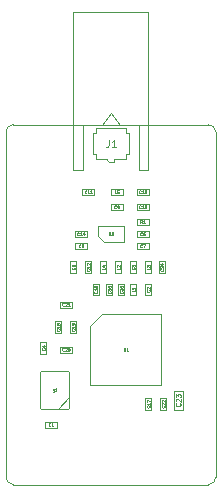
<source format=gbr>
%TF.GenerationSoftware,KiCad,Pcbnew,5.1.6+dfsg1-1~bpo10+1*%
%TF.CreationDate,Date%
%TF.ProjectId,ProMicro_LORA,50726f4d-6963-4726-9f5f-4c4f52412e6b,v1.1*%
%TF.SameCoordinates,Original*%
%TF.FileFunction,Other,Fab,Top*%
%FSLAX45Y45*%
G04 Gerber Fmt 4.5, Leading zero omitted, Abs format (unit mm)*
G04 Created by KiCad*
%MOMM*%
%LPD*%
G01*
G04 APERTURE LIST*
%TA.AperFunction,Profile*%
%ADD10C,0.100000*%
%TD*%
%ADD11C,0.100000*%
%ADD12C,0.060000*%
%ADD13C,0.090000*%
%ADD14C,0.040000*%
G04 APERTURE END LIST*
D10*
X-127000Y2857500D02*
X-127000Y-63500D01*
X1651000Y2857500D02*
X1651000Y-63500D01*
X-127000Y2857500D02*
G75*
G02*
X-63500Y2921000I63500J0D01*
G01*
X1587500Y2921000D02*
G75*
G02*
X1651000Y2857500I0J-63500D01*
G01*
X-63500Y2921000D02*
X1587500Y2921000D01*
X1651000Y-63500D02*
G75*
G02*
X1587500Y-127000I-63500J0D01*
G01*
X-63500Y-127000D02*
G75*
G02*
X-127000Y-63500I0J63500D01*
G01*
X1587500Y-127000D02*
X-63500Y-127000D01*
D11*
X689000Y1316000D02*
X1189000Y1316000D01*
X1189000Y1316000D02*
X1189000Y716000D01*
X1189000Y716000D02*
X589000Y716000D01*
X589000Y716000D02*
X589000Y1216000D01*
X589000Y1216000D02*
X689000Y1316000D01*
X912000Y2668000D02*
X892000Y2668000D01*
X892000Y2668000D02*
X892000Y2628000D01*
X792000Y2628000D02*
X892000Y2628000D01*
X792000Y2603000D02*
X792000Y2628000D01*
X792000Y2603000D02*
X747000Y2603000D01*
X732000Y2618000D02*
X732000Y2628000D01*
X732000Y2628000D02*
X632000Y2628000D01*
X612000Y2668000D02*
X632000Y2668000D01*
X632000Y2668000D02*
X632000Y2628000D01*
X912000Y2668000D02*
X912000Y2848000D01*
X912000Y2848000D02*
X892000Y2848000D01*
X892000Y2888000D02*
X892000Y2848000D01*
X632000Y2888000D02*
X892000Y2888000D01*
X612000Y2668000D02*
X612000Y2848000D01*
X612000Y2848000D02*
X632000Y2848000D01*
X632000Y2888000D02*
X632000Y2848000D01*
X732000Y2618000D02*
X747000Y2603000D01*
X875900Y1474000D02*
X825900Y1474000D01*
X825900Y1474000D02*
X825900Y1574000D01*
X825900Y1574000D02*
X875900Y1574000D01*
X875900Y1574000D02*
X875900Y1474000D01*
X1218800Y1664500D02*
X1168800Y1664500D01*
X1168800Y1664500D02*
X1168800Y1764500D01*
X1168800Y1764500D02*
X1218800Y1764500D01*
X1218800Y1764500D02*
X1218800Y1664500D01*
X558000Y2018900D02*
X558000Y1968900D01*
X558000Y1968900D02*
X458000Y1968900D01*
X458000Y1968900D02*
X458000Y2018900D01*
X458000Y2018900D02*
X558000Y2018900D01*
X981000Y2197500D02*
X981000Y2247500D01*
X981000Y2247500D02*
X1081000Y2247500D01*
X1081000Y2247500D02*
X1081000Y2197500D01*
X1081000Y2197500D02*
X981000Y2197500D01*
X546500Y1764500D02*
X596500Y1764500D01*
X596500Y1764500D02*
X596500Y1664500D01*
X596500Y1664500D02*
X546500Y1664500D01*
X546500Y1664500D02*
X546500Y1764500D01*
X621500Y2374500D02*
X621500Y2324500D01*
X621500Y2324500D02*
X521500Y2324500D01*
X521500Y2324500D02*
X521500Y2374500D01*
X521500Y2374500D02*
X621500Y2374500D01*
X981000Y2324500D02*
X981000Y2374500D01*
X981000Y2374500D02*
X1081000Y2374500D01*
X1081000Y2374500D02*
X1081000Y2324500D01*
X1081000Y2324500D02*
X981000Y2324500D01*
X860500Y2247500D02*
X860500Y2197500D01*
X860500Y2197500D02*
X760500Y2197500D01*
X760500Y2197500D02*
X760500Y2247500D01*
X760500Y2247500D02*
X860500Y2247500D01*
X558000Y1917300D02*
X558000Y1867300D01*
X558000Y1867300D02*
X458000Y1867300D01*
X458000Y1867300D02*
X458000Y1917300D01*
X458000Y1917300D02*
X558000Y1917300D01*
X981000Y1867300D02*
X981000Y1917300D01*
X981000Y1917300D02*
X1081000Y1917300D01*
X1081000Y1917300D02*
X1081000Y1867300D01*
X1081000Y1867300D02*
X981000Y1867300D01*
X981000Y2018900D02*
X1081000Y2018900D01*
X981000Y1968900D02*
X981000Y2018900D01*
X1081000Y1968900D02*
X981000Y1968900D01*
X1081000Y2018900D02*
X1081000Y1968900D01*
X469500Y1664500D02*
X419500Y1664500D01*
X419500Y1664500D02*
X419500Y1764500D01*
X419500Y1764500D02*
X469500Y1764500D01*
X469500Y1764500D02*
X469500Y1664500D01*
X927500Y1764500D02*
X977500Y1764500D01*
X977500Y1764500D02*
X977500Y1664500D01*
X977500Y1664500D02*
X927500Y1664500D01*
X927500Y1664500D02*
X927500Y1764500D01*
X1104500Y1474000D02*
X1054500Y1474000D01*
X1054500Y1474000D02*
X1054500Y1574000D01*
X1054500Y1574000D02*
X1104500Y1574000D01*
X1104500Y1574000D02*
X1104500Y1474000D01*
X652000Y2061400D02*
X652000Y1976400D01*
X702000Y1926400D02*
X872000Y1926400D01*
X652000Y2061400D02*
X872000Y2061400D01*
X872000Y2061400D02*
X872000Y1926400D01*
X652000Y1976400D02*
X702000Y1926400D01*
X1081000Y2120500D02*
X1081000Y2070500D01*
X1081000Y2070500D02*
X981000Y2070500D01*
X981000Y2070500D02*
X981000Y2120500D01*
X981000Y2120500D02*
X1081000Y2120500D01*
X860500Y2374500D02*
X860500Y2324500D01*
X860500Y2324500D02*
X760500Y2324500D01*
X760500Y2324500D02*
X760500Y2374500D01*
X760500Y2374500D02*
X860500Y2374500D01*
X723500Y1664500D02*
X673500Y1664500D01*
X673500Y1664500D02*
X673500Y1764500D01*
X673500Y1764500D02*
X723500Y1764500D01*
X723500Y1764500D02*
X723500Y1664500D01*
X1104500Y1664500D02*
X1054500Y1664500D01*
X1054500Y1664500D02*
X1054500Y1764500D01*
X1054500Y1764500D02*
X1104500Y1764500D01*
X1104500Y1764500D02*
X1104500Y1664500D01*
X800500Y1764500D02*
X850500Y1764500D01*
X850500Y1764500D02*
X850500Y1664500D01*
X850500Y1664500D02*
X800500Y1664500D01*
X800500Y1664500D02*
X800500Y1764500D01*
X977500Y1474000D02*
X927500Y1474000D01*
X927500Y1474000D02*
X927500Y1574000D01*
X927500Y1574000D02*
X977500Y1574000D01*
X977500Y1574000D02*
X977500Y1474000D01*
X762000Y3020500D02*
X837000Y2920500D01*
X687000Y2920500D02*
X762000Y3020500D01*
X445500Y3872500D02*
X1078500Y3872500D01*
X444500Y2539500D02*
X444500Y3872500D01*
X444500Y2539500D02*
X525500Y2539500D01*
X525500Y2539500D02*
X525500Y2920500D01*
X525500Y2920500D02*
X998500Y2920500D01*
X998500Y2920500D02*
X998500Y2539500D01*
X998500Y2539500D02*
X1079500Y2539500D01*
X1079500Y2539500D02*
X1079500Y3872500D01*
X1293500Y506750D02*
X1293500Y666750D01*
X1373500Y506750D02*
X1293500Y506750D01*
X1373500Y666750D02*
X1373500Y506750D01*
X1293500Y666750D02*
X1373500Y666750D01*
X310500Y513100D02*
X410500Y613100D01*
X170500Y513100D02*
X160500Y523100D01*
X400500Y513100D02*
X170500Y513100D01*
X410500Y523100D02*
X400500Y513100D01*
X410500Y823100D02*
X410500Y523100D01*
X400500Y833100D02*
X410500Y823100D01*
X170500Y833100D02*
X400500Y833100D01*
X160500Y823100D02*
X170500Y833100D01*
X160500Y523100D02*
X160500Y823100D01*
X1181500Y606500D02*
X1231500Y606500D01*
X1231500Y606500D02*
X1231500Y506500D01*
X1231500Y506500D02*
X1181500Y506500D01*
X1181500Y506500D02*
X1181500Y606500D01*
X431000Y1422000D02*
X431000Y1372000D01*
X431000Y1372000D02*
X331000Y1372000D01*
X331000Y1372000D02*
X331000Y1422000D01*
X331000Y1422000D02*
X431000Y1422000D01*
X431000Y1041000D02*
X431000Y991000D01*
X431000Y991000D02*
X331000Y991000D01*
X331000Y991000D02*
X331000Y1041000D01*
X331000Y1041000D02*
X431000Y1041000D01*
X419500Y1256500D02*
X469500Y1256500D01*
X469500Y1256500D02*
X469500Y1156500D01*
X469500Y1156500D02*
X419500Y1156500D01*
X419500Y1156500D02*
X419500Y1256500D01*
X342500Y1156500D02*
X292500Y1156500D01*
X292500Y1156500D02*
X292500Y1256500D01*
X292500Y1256500D02*
X342500Y1256500D01*
X342500Y1256500D02*
X342500Y1156500D01*
X1104500Y506500D02*
X1054500Y506500D01*
X1054500Y506500D02*
X1054500Y606500D01*
X1054500Y606500D02*
X1104500Y606500D01*
X1104500Y606500D02*
X1104500Y506500D01*
X610000Y1574000D02*
X660000Y1574000D01*
X660000Y1574000D02*
X660000Y1474000D01*
X660000Y1474000D02*
X610000Y1474000D01*
X610000Y1474000D02*
X610000Y1574000D01*
X774300Y1474000D02*
X724300Y1474000D01*
X724300Y1474000D02*
X724300Y1574000D01*
X724300Y1574000D02*
X774300Y1574000D01*
X774300Y1574000D02*
X774300Y1474000D01*
X215500Y981000D02*
X165500Y981000D01*
X165500Y981000D02*
X165500Y1081000D01*
X165500Y1081000D02*
X215500Y1081000D01*
X215500Y1081000D02*
X215500Y981000D01*
X304000Y406000D02*
X304000Y356000D01*
X304000Y356000D02*
X204000Y356000D01*
X204000Y356000D02*
X204000Y406000D01*
X204000Y406000D02*
X304000Y406000D01*
D12*
X869952Y1029690D02*
X869952Y1009452D01*
X871143Y1007071D01*
X872333Y1005881D01*
X874714Y1004690D01*
X879476Y1004690D01*
X881857Y1005881D01*
X883048Y1007071D01*
X884238Y1009452D01*
X884238Y1029690D01*
X909238Y1004690D02*
X894952Y1004690D01*
X902095Y1004690D02*
X902095Y1029690D01*
X899714Y1026119D01*
X897333Y1023738D01*
X894952Y1022548D01*
D13*
X742000Y2790857D02*
X742000Y2748000D01*
X739143Y2739429D01*
X733428Y2733714D01*
X724857Y2730857D01*
X719143Y2730857D01*
X802000Y2730857D02*
X767714Y2730857D01*
X784857Y2730857D02*
X784857Y2790857D01*
X779143Y2782286D01*
X773428Y2776572D01*
X767714Y2773714D01*
D14*
X859828Y1507929D02*
X861019Y1506738D01*
X862209Y1503167D01*
X862209Y1500786D01*
X861019Y1497214D01*
X858638Y1494833D01*
X856257Y1493643D01*
X851495Y1492452D01*
X847924Y1492452D01*
X843162Y1493643D01*
X840781Y1494833D01*
X838400Y1497214D01*
X837209Y1500786D01*
X837209Y1503167D01*
X838400Y1506738D01*
X839590Y1507929D01*
X839590Y1517452D02*
X838400Y1518643D01*
X837209Y1521024D01*
X837209Y1526976D01*
X838400Y1529357D01*
X839590Y1530548D01*
X841971Y1531738D01*
X844352Y1531738D01*
X847924Y1530548D01*
X862209Y1516262D01*
X862209Y1531738D01*
X837209Y1554357D02*
X837209Y1542452D01*
X849114Y1541262D01*
X847924Y1542452D01*
X846733Y1544833D01*
X846733Y1550786D01*
X847924Y1553167D01*
X849114Y1554357D01*
X851495Y1555548D01*
X857448Y1555548D01*
X859828Y1554357D01*
X861019Y1553167D01*
X862209Y1550786D01*
X862209Y1544833D01*
X861019Y1542452D01*
X859828Y1541262D01*
X1202729Y1698429D02*
X1203919Y1697238D01*
X1205110Y1693667D01*
X1205110Y1691286D01*
X1203919Y1687714D01*
X1201538Y1685333D01*
X1199157Y1684143D01*
X1194395Y1682952D01*
X1190824Y1682952D01*
X1186062Y1684143D01*
X1183681Y1685333D01*
X1181300Y1687714D01*
X1180110Y1691286D01*
X1180110Y1693667D01*
X1181300Y1697238D01*
X1182490Y1698429D01*
X1182490Y1707952D02*
X1181300Y1709143D01*
X1180110Y1711524D01*
X1180110Y1717476D01*
X1181300Y1719857D01*
X1182490Y1721048D01*
X1184871Y1722238D01*
X1187252Y1722238D01*
X1190824Y1721048D01*
X1205110Y1706762D01*
X1205110Y1722238D01*
X1188443Y1743667D02*
X1205110Y1743667D01*
X1178919Y1737714D02*
X1196776Y1731762D01*
X1196776Y1747238D01*
X491928Y1984971D02*
X490738Y1983781D01*
X487167Y1982590D01*
X484786Y1982590D01*
X481214Y1983781D01*
X478833Y1986162D01*
X477643Y1988543D01*
X476452Y1993305D01*
X476452Y1996876D01*
X477643Y2001638D01*
X478833Y2004019D01*
X481214Y2006400D01*
X484786Y2007590D01*
X487167Y2007590D01*
X490738Y2006400D01*
X491928Y2005210D01*
X515738Y1982590D02*
X501452Y1982590D01*
X508595Y1982590D02*
X508595Y2007590D01*
X506214Y2004019D01*
X503833Y2001638D01*
X501452Y2000448D01*
X537167Y1999257D02*
X537167Y1982590D01*
X531214Y2008781D02*
X525262Y1990924D01*
X540738Y1990924D01*
X1014928Y2213572D02*
X1013738Y2212381D01*
X1010167Y2211191D01*
X1007786Y2211191D01*
X1004214Y2212381D01*
X1001833Y2214762D01*
X1000643Y2217143D01*
X999452Y2221905D01*
X999452Y2225476D01*
X1000643Y2230238D01*
X1001833Y2232619D01*
X1004214Y2235000D01*
X1007786Y2236191D01*
X1010167Y2236191D01*
X1013738Y2235000D01*
X1014928Y2233810D01*
X1038738Y2211191D02*
X1024452Y2211191D01*
X1031595Y2211191D02*
X1031595Y2236191D01*
X1029214Y2232619D01*
X1026833Y2230238D01*
X1024452Y2229048D01*
X1047071Y2236191D02*
X1062548Y2236191D01*
X1054214Y2226667D01*
X1057786Y2226667D01*
X1060167Y2225476D01*
X1061357Y2224286D01*
X1062548Y2221905D01*
X1062548Y2215952D01*
X1061357Y2213572D01*
X1060167Y2212381D01*
X1057786Y2211191D01*
X1050643Y2211191D01*
X1048262Y2212381D01*
X1047071Y2213572D01*
X580429Y1698429D02*
X581619Y1697238D01*
X582810Y1693667D01*
X582810Y1691286D01*
X581619Y1687714D01*
X579238Y1685333D01*
X576857Y1684143D01*
X572095Y1682952D01*
X568524Y1682952D01*
X563762Y1684143D01*
X561381Y1685333D01*
X559000Y1687714D01*
X557810Y1691286D01*
X557810Y1693667D01*
X559000Y1697238D01*
X560190Y1698429D01*
X582810Y1722238D02*
X582810Y1707952D01*
X582810Y1715095D02*
X557810Y1715095D01*
X561381Y1712714D01*
X563762Y1710333D01*
X564952Y1707952D01*
X560190Y1731762D02*
X559000Y1732952D01*
X557810Y1735333D01*
X557810Y1741286D01*
X559000Y1743667D01*
X560190Y1744857D01*
X562571Y1746048D01*
X564952Y1746048D01*
X568524Y1744857D01*
X582810Y1730571D01*
X582810Y1746048D01*
X555429Y2340572D02*
X554238Y2339381D01*
X550667Y2338191D01*
X548286Y2338191D01*
X544714Y2339381D01*
X542333Y2341762D01*
X541143Y2344143D01*
X539952Y2348905D01*
X539952Y2352476D01*
X541143Y2357238D01*
X542333Y2359619D01*
X544714Y2362000D01*
X548286Y2363191D01*
X550667Y2363191D01*
X554238Y2362000D01*
X555429Y2360810D01*
X579238Y2338191D02*
X564952Y2338191D01*
X572095Y2338191D02*
X572095Y2363191D01*
X569714Y2359619D01*
X567333Y2357238D01*
X564952Y2356048D01*
X603048Y2338191D02*
X588762Y2338191D01*
X595905Y2338191D02*
X595905Y2363191D01*
X593524Y2359619D01*
X591143Y2357238D01*
X588762Y2356048D01*
X1014928Y2340572D02*
X1013738Y2339381D01*
X1010167Y2338191D01*
X1007786Y2338191D01*
X1004214Y2339381D01*
X1001833Y2341762D01*
X1000643Y2344143D01*
X999452Y2348905D01*
X999452Y2352476D01*
X1000643Y2357238D01*
X1001833Y2359619D01*
X1004214Y2362000D01*
X1007786Y2363191D01*
X1010167Y2363191D01*
X1013738Y2362000D01*
X1014928Y2360810D01*
X1038738Y2338191D02*
X1024452Y2338191D01*
X1031595Y2338191D02*
X1031595Y2363191D01*
X1029214Y2359619D01*
X1026833Y2357238D01*
X1024452Y2356048D01*
X1054214Y2363191D02*
X1056595Y2363191D01*
X1058976Y2362000D01*
X1060167Y2360810D01*
X1061357Y2358429D01*
X1062548Y2353667D01*
X1062548Y2347714D01*
X1061357Y2342952D01*
X1060167Y2340572D01*
X1058976Y2339381D01*
X1056595Y2338191D01*
X1054214Y2338191D01*
X1051833Y2339381D01*
X1050643Y2340572D01*
X1049452Y2342952D01*
X1048262Y2347714D01*
X1048262Y2353667D01*
X1049452Y2358429D01*
X1050643Y2360810D01*
X1051833Y2362000D01*
X1054214Y2363191D01*
X806333Y2213572D02*
X805143Y2212381D01*
X801571Y2211191D01*
X799190Y2211191D01*
X795619Y2212381D01*
X793238Y2214762D01*
X792048Y2217143D01*
X790857Y2221905D01*
X790857Y2225476D01*
X792048Y2230238D01*
X793238Y2232619D01*
X795619Y2235000D01*
X799190Y2236191D01*
X801571Y2236191D01*
X805143Y2235000D01*
X806333Y2233810D01*
X818238Y2211191D02*
X823000Y2211191D01*
X825381Y2212381D01*
X826571Y2213572D01*
X828952Y2217143D01*
X830143Y2221905D01*
X830143Y2231429D01*
X828952Y2233810D01*
X827762Y2235000D01*
X825381Y2236191D01*
X820619Y2236191D01*
X818238Y2235000D01*
X817048Y2233810D01*
X815857Y2231429D01*
X815857Y2225476D01*
X817048Y2223095D01*
X818238Y2221905D01*
X820619Y2220714D01*
X825381Y2220714D01*
X827762Y2221905D01*
X828952Y2223095D01*
X830143Y2225476D01*
X503833Y1883371D02*
X502643Y1882181D01*
X499071Y1880990D01*
X496690Y1880990D01*
X493119Y1882181D01*
X490738Y1884562D01*
X489548Y1886943D01*
X488357Y1891705D01*
X488357Y1895276D01*
X489548Y1900038D01*
X490738Y1902419D01*
X493119Y1904800D01*
X496690Y1905990D01*
X499071Y1905990D01*
X502643Y1904800D01*
X503833Y1903610D01*
X518119Y1895276D02*
X515738Y1896467D01*
X514548Y1897657D01*
X513357Y1900038D01*
X513357Y1901229D01*
X514548Y1903610D01*
X515738Y1904800D01*
X518119Y1905990D01*
X522881Y1905990D01*
X525262Y1904800D01*
X526452Y1903610D01*
X527643Y1901229D01*
X527643Y1900038D01*
X526452Y1897657D01*
X525262Y1896467D01*
X522881Y1895276D01*
X518119Y1895276D01*
X515738Y1894086D01*
X514548Y1892895D01*
X513357Y1890514D01*
X513357Y1885752D01*
X514548Y1883371D01*
X515738Y1882181D01*
X518119Y1880990D01*
X522881Y1880990D01*
X525262Y1882181D01*
X526452Y1883371D01*
X527643Y1885752D01*
X527643Y1890514D01*
X526452Y1892895D01*
X525262Y1894086D01*
X522881Y1895276D01*
X1026833Y1883371D02*
X1025643Y1882181D01*
X1022071Y1880990D01*
X1019690Y1880990D01*
X1016119Y1882181D01*
X1013738Y1884562D01*
X1012548Y1886943D01*
X1011357Y1891705D01*
X1011357Y1895276D01*
X1012548Y1900038D01*
X1013738Y1902419D01*
X1016119Y1904800D01*
X1019690Y1905990D01*
X1022071Y1905990D01*
X1025643Y1904800D01*
X1026833Y1903610D01*
X1035167Y1905990D02*
X1051833Y1905990D01*
X1041119Y1880990D01*
X1026833Y1984971D02*
X1025643Y1983781D01*
X1022071Y1982590D01*
X1019690Y1982590D01*
X1016119Y1983781D01*
X1013738Y1986162D01*
X1012548Y1988543D01*
X1011357Y1993305D01*
X1011357Y1996876D01*
X1012548Y2001638D01*
X1013738Y2004019D01*
X1016119Y2006400D01*
X1019690Y2007590D01*
X1022071Y2007590D01*
X1025643Y2006400D01*
X1026833Y2005210D01*
X1048262Y2007590D02*
X1043500Y2007590D01*
X1041119Y2006400D01*
X1039928Y2005210D01*
X1037548Y2001638D01*
X1036357Y1996876D01*
X1036357Y1987352D01*
X1037548Y1984971D01*
X1038738Y1983781D01*
X1041119Y1982590D01*
X1045881Y1982590D01*
X1048262Y1983781D01*
X1049452Y1984971D01*
X1050643Y1987352D01*
X1050643Y1993305D01*
X1049452Y1995686D01*
X1048262Y1996876D01*
X1045881Y1998067D01*
X1041119Y1998067D01*
X1038738Y1996876D01*
X1037548Y1995686D01*
X1036357Y1993305D01*
X453428Y1710333D02*
X454619Y1709143D01*
X455809Y1705571D01*
X455809Y1703190D01*
X454619Y1699619D01*
X452238Y1697238D01*
X449857Y1696048D01*
X445095Y1694857D01*
X441524Y1694857D01*
X436762Y1696048D01*
X434381Y1697238D01*
X432000Y1699619D01*
X430809Y1703190D01*
X430809Y1705571D01*
X432000Y1709143D01*
X433190Y1710333D01*
X430809Y1732952D02*
X430809Y1721048D01*
X442714Y1719857D01*
X441524Y1721048D01*
X440333Y1723429D01*
X440333Y1729381D01*
X441524Y1731762D01*
X442714Y1732952D01*
X445095Y1734143D01*
X451048Y1734143D01*
X453428Y1732952D01*
X454619Y1731762D01*
X455809Y1729381D01*
X455809Y1723429D01*
X454619Y1721048D01*
X453428Y1719857D01*
X961428Y1710333D02*
X962619Y1709143D01*
X963809Y1705571D01*
X963809Y1703190D01*
X962619Y1699619D01*
X960238Y1697238D01*
X957857Y1696048D01*
X953095Y1694857D01*
X949524Y1694857D01*
X944762Y1696048D01*
X942381Y1697238D01*
X940000Y1699619D01*
X938809Y1703190D01*
X938809Y1705571D01*
X940000Y1709143D01*
X941190Y1710333D01*
X938809Y1718667D02*
X938809Y1734143D01*
X948333Y1725810D01*
X948333Y1729381D01*
X949524Y1731762D01*
X950714Y1732952D01*
X953095Y1734143D01*
X959048Y1734143D01*
X961428Y1732952D01*
X962619Y1731762D01*
X963809Y1729381D01*
X963809Y1722238D01*
X962619Y1719857D01*
X961428Y1718667D01*
X1088429Y1519833D02*
X1089619Y1518643D01*
X1090810Y1515071D01*
X1090810Y1512690D01*
X1089619Y1509119D01*
X1087238Y1506738D01*
X1084857Y1505548D01*
X1080095Y1504357D01*
X1076524Y1504357D01*
X1071762Y1505548D01*
X1069381Y1506738D01*
X1067000Y1509119D01*
X1065810Y1512690D01*
X1065810Y1515071D01*
X1067000Y1518643D01*
X1068190Y1519833D01*
X1068190Y1529357D02*
X1067000Y1530548D01*
X1065810Y1532929D01*
X1065810Y1538881D01*
X1067000Y1541262D01*
X1068190Y1542452D01*
X1070571Y1543643D01*
X1072952Y1543643D01*
X1076524Y1542452D01*
X1090810Y1528167D01*
X1090810Y1543643D01*
D12*
X742952Y2007590D02*
X742952Y1987352D01*
X744143Y1984971D01*
X745333Y1983781D01*
X747714Y1982590D01*
X752476Y1982590D01*
X754857Y1983781D01*
X756048Y1984971D01*
X757238Y1987352D01*
X757238Y2007590D01*
X767952Y2005210D02*
X769143Y2006400D01*
X771524Y2007590D01*
X777476Y2007590D01*
X779857Y2006400D01*
X781048Y2005210D01*
X782238Y2002829D01*
X782238Y2000448D01*
X781048Y1996876D01*
X766762Y1982590D01*
X782238Y1982590D01*
D14*
X1026833Y2084190D02*
X1018500Y2096095D01*
X1012548Y2084190D02*
X1012548Y2109191D01*
X1022071Y2109191D01*
X1024452Y2108000D01*
X1025643Y2106810D01*
X1026833Y2104429D01*
X1026833Y2100857D01*
X1025643Y2098476D01*
X1024452Y2097286D01*
X1022071Y2096095D01*
X1012548Y2096095D01*
X1050643Y2084190D02*
X1036357Y2084190D01*
X1043500Y2084190D02*
X1043500Y2109191D01*
X1041119Y2105619D01*
X1038738Y2103238D01*
X1036357Y2102048D01*
X806333Y2338191D02*
X794428Y2338191D01*
X794428Y2363191D01*
X826571Y2363191D02*
X814667Y2363191D01*
X813476Y2351286D01*
X814667Y2352476D01*
X817048Y2353667D01*
X823000Y2353667D01*
X825381Y2352476D01*
X826571Y2351286D01*
X827762Y2348905D01*
X827762Y2342952D01*
X826571Y2340572D01*
X825381Y2339381D01*
X823000Y2338191D01*
X817048Y2338191D01*
X814667Y2339381D01*
X813476Y2340572D01*
X709809Y1710333D02*
X709809Y1698429D01*
X684810Y1698429D01*
X693143Y1729381D02*
X709809Y1729381D01*
X683619Y1723429D02*
X701476Y1717476D01*
X701476Y1732952D01*
X1090810Y1710333D02*
X1090810Y1698429D01*
X1065810Y1698429D01*
X1065810Y1716286D02*
X1065810Y1731762D01*
X1075333Y1723429D01*
X1075333Y1727000D01*
X1076524Y1729381D01*
X1077714Y1730571D01*
X1080095Y1731762D01*
X1086048Y1731762D01*
X1088429Y1730571D01*
X1089619Y1729381D01*
X1090810Y1727000D01*
X1090810Y1719857D01*
X1089619Y1717476D01*
X1088429Y1716286D01*
X836809Y1710333D02*
X836809Y1698429D01*
X811809Y1698429D01*
X814190Y1717476D02*
X813000Y1718667D01*
X811809Y1721048D01*
X811809Y1727000D01*
X813000Y1729381D01*
X814190Y1730571D01*
X816571Y1731762D01*
X818952Y1731762D01*
X822524Y1730571D01*
X836809Y1716286D01*
X836809Y1731762D01*
X963809Y1519833D02*
X963809Y1507929D01*
X938809Y1507929D01*
X963809Y1541262D02*
X963809Y1526976D01*
X963809Y1534119D02*
X938809Y1534119D01*
X942381Y1531738D01*
X944762Y1529357D01*
X945952Y1526976D01*
D12*
X1347786Y561036D02*
X1349690Y559131D01*
X1351595Y553417D01*
X1351595Y549607D01*
X1349690Y543893D01*
X1345881Y540083D01*
X1342071Y538179D01*
X1334452Y536274D01*
X1328738Y536274D01*
X1321119Y538179D01*
X1317310Y540083D01*
X1313500Y543893D01*
X1311595Y549607D01*
X1311595Y553417D01*
X1313500Y559131D01*
X1315405Y561036D01*
X1315405Y576274D02*
X1313500Y578179D01*
X1311595Y581988D01*
X1311595Y591512D01*
X1313500Y595322D01*
X1315405Y597226D01*
X1319214Y599131D01*
X1323024Y599131D01*
X1328738Y597226D01*
X1351595Y574369D01*
X1351595Y599131D01*
X1311595Y612464D02*
X1311595Y637226D01*
X1326833Y623893D01*
X1326833Y629607D01*
X1328738Y633417D01*
X1330643Y635322D01*
X1334452Y637226D01*
X1343976Y637226D01*
X1347786Y635322D01*
X1349690Y633417D01*
X1351595Y629607D01*
X1351595Y618179D01*
X1349690Y614369D01*
X1347786Y612464D01*
X284905Y661195D02*
X296810Y661195D01*
X271810Y652862D02*
X284905Y661195D01*
X271810Y669529D01*
X296810Y690957D02*
X296810Y676672D01*
X296810Y683814D02*
X271810Y683814D01*
X275381Y681433D01*
X277762Y679052D01*
X278952Y676672D01*
D14*
X1215429Y540429D02*
X1216619Y539238D01*
X1217810Y535667D01*
X1217810Y533286D01*
X1216619Y529714D01*
X1214238Y527333D01*
X1211857Y526143D01*
X1207095Y524952D01*
X1203524Y524952D01*
X1198762Y526143D01*
X1196381Y527333D01*
X1194000Y529714D01*
X1192810Y533286D01*
X1192810Y535667D01*
X1194000Y539238D01*
X1195190Y540429D01*
X1195190Y549952D02*
X1194000Y551143D01*
X1192810Y553524D01*
X1192810Y559476D01*
X1194000Y561857D01*
X1195190Y563048D01*
X1197571Y564238D01*
X1199952Y564238D01*
X1203524Y563048D01*
X1217810Y548762D01*
X1217810Y564238D01*
X1195190Y573762D02*
X1194000Y574952D01*
X1192810Y577333D01*
X1192810Y583286D01*
X1194000Y585667D01*
X1195190Y586857D01*
X1197571Y588048D01*
X1199952Y588048D01*
X1203524Y586857D01*
X1217810Y572572D01*
X1217810Y588048D01*
X364928Y1388072D02*
X363738Y1386881D01*
X360167Y1385691D01*
X357786Y1385691D01*
X354214Y1386881D01*
X351833Y1389262D01*
X350643Y1391643D01*
X349452Y1396405D01*
X349452Y1399976D01*
X350643Y1404738D01*
X351833Y1407119D01*
X354214Y1409500D01*
X357786Y1410690D01*
X360167Y1410690D01*
X363738Y1409500D01*
X364928Y1408310D01*
X374452Y1408310D02*
X375643Y1409500D01*
X378024Y1410690D01*
X383976Y1410690D01*
X386357Y1409500D01*
X387548Y1408310D01*
X388738Y1405929D01*
X388738Y1403548D01*
X387548Y1399976D01*
X373262Y1385691D01*
X388738Y1385691D01*
X412548Y1385691D02*
X398262Y1385691D01*
X405405Y1385691D02*
X405405Y1410690D01*
X403024Y1407119D01*
X400643Y1404738D01*
X398262Y1403548D01*
X364928Y1007071D02*
X363738Y1005881D01*
X360167Y1004690D01*
X357786Y1004690D01*
X354214Y1005881D01*
X351833Y1008262D01*
X350643Y1010643D01*
X349452Y1015405D01*
X349452Y1018976D01*
X350643Y1023738D01*
X351833Y1026119D01*
X354214Y1028500D01*
X357786Y1029690D01*
X360167Y1029690D01*
X363738Y1028500D01*
X364928Y1027310D01*
X374452Y1027310D02*
X375643Y1028500D01*
X378024Y1029690D01*
X383976Y1029690D01*
X386357Y1028500D01*
X387548Y1027310D01*
X388738Y1024929D01*
X388738Y1022548D01*
X387548Y1018976D01*
X373262Y1004690D01*
X388738Y1004690D01*
X404214Y1029690D02*
X406595Y1029690D01*
X408976Y1028500D01*
X410167Y1027310D01*
X411357Y1024929D01*
X412548Y1020167D01*
X412548Y1014214D01*
X411357Y1009452D01*
X410167Y1007071D01*
X408976Y1005881D01*
X406595Y1004690D01*
X404214Y1004690D01*
X401833Y1005881D01*
X400643Y1007071D01*
X399452Y1009452D01*
X398262Y1014214D01*
X398262Y1020167D01*
X399452Y1024929D01*
X400643Y1027310D01*
X401833Y1028500D01*
X404214Y1029690D01*
X453428Y1190429D02*
X454619Y1189238D01*
X455809Y1185667D01*
X455809Y1183286D01*
X454619Y1179714D01*
X452238Y1177333D01*
X449857Y1176143D01*
X445095Y1174952D01*
X441524Y1174952D01*
X436762Y1176143D01*
X434381Y1177333D01*
X432000Y1179714D01*
X430809Y1183286D01*
X430809Y1185667D01*
X432000Y1189238D01*
X433190Y1190429D01*
X455809Y1214238D02*
X455809Y1199952D01*
X455809Y1207095D02*
X430809Y1207095D01*
X434381Y1204714D01*
X436762Y1202333D01*
X437952Y1199952D01*
X455809Y1226143D02*
X455809Y1230905D01*
X454619Y1233286D01*
X453428Y1234476D01*
X449857Y1236857D01*
X445095Y1238048D01*
X435571Y1238048D01*
X433190Y1236857D01*
X432000Y1235667D01*
X430809Y1233286D01*
X430809Y1228524D01*
X432000Y1226143D01*
X433190Y1224952D01*
X435571Y1223762D01*
X441524Y1223762D01*
X443905Y1224952D01*
X445095Y1226143D01*
X446286Y1228524D01*
X446286Y1233286D01*
X445095Y1235667D01*
X443905Y1236857D01*
X441524Y1238048D01*
X326429Y1190429D02*
X327619Y1189238D01*
X328810Y1185667D01*
X328810Y1183286D01*
X327619Y1179714D01*
X325238Y1177333D01*
X322857Y1176143D01*
X318095Y1174952D01*
X314524Y1174952D01*
X309762Y1176143D01*
X307381Y1177333D01*
X305000Y1179714D01*
X303810Y1183286D01*
X303810Y1185667D01*
X305000Y1189238D01*
X306190Y1190429D01*
X328810Y1214238D02*
X328810Y1199952D01*
X328810Y1207095D02*
X303810Y1207095D01*
X307381Y1204714D01*
X309762Y1202333D01*
X310952Y1199952D01*
X314524Y1228524D02*
X313333Y1226143D01*
X312143Y1224952D01*
X309762Y1223762D01*
X308571Y1223762D01*
X306190Y1224952D01*
X305000Y1226143D01*
X303810Y1228524D01*
X303810Y1233286D01*
X305000Y1235667D01*
X306190Y1236857D01*
X308571Y1238048D01*
X309762Y1238048D01*
X312143Y1236857D01*
X313333Y1235667D01*
X314524Y1233286D01*
X314524Y1228524D01*
X315714Y1226143D01*
X316905Y1224952D01*
X319286Y1223762D01*
X324048Y1223762D01*
X326429Y1224952D01*
X327619Y1226143D01*
X328810Y1228524D01*
X328810Y1233286D01*
X327619Y1235667D01*
X326429Y1236857D01*
X324048Y1238048D01*
X319286Y1238048D01*
X316905Y1236857D01*
X315714Y1235667D01*
X314524Y1233286D01*
X1088429Y540429D02*
X1089619Y539238D01*
X1090810Y535667D01*
X1090810Y533286D01*
X1089619Y529714D01*
X1087238Y527333D01*
X1084857Y526143D01*
X1080095Y524952D01*
X1076524Y524952D01*
X1071762Y526143D01*
X1069381Y527333D01*
X1067000Y529714D01*
X1065810Y533286D01*
X1065810Y535667D01*
X1067000Y539238D01*
X1068190Y540429D01*
X1090810Y564238D02*
X1090810Y549952D01*
X1090810Y557095D02*
X1065810Y557095D01*
X1069381Y554714D01*
X1071762Y552333D01*
X1072952Y549952D01*
X1065810Y572572D02*
X1065810Y589238D01*
X1090810Y578524D01*
X643929Y1507929D02*
X645119Y1506738D01*
X646310Y1503167D01*
X646310Y1500786D01*
X645119Y1497214D01*
X642738Y1494833D01*
X640357Y1493643D01*
X635595Y1492452D01*
X632024Y1492452D01*
X627262Y1493643D01*
X624881Y1494833D01*
X622500Y1497214D01*
X621310Y1500786D01*
X621310Y1503167D01*
X622500Y1506738D01*
X623690Y1507929D01*
X646310Y1531738D02*
X646310Y1517452D01*
X646310Y1524595D02*
X621310Y1524595D01*
X624881Y1522214D01*
X627262Y1519833D01*
X628452Y1517452D01*
X621310Y1553167D02*
X621310Y1548405D01*
X622500Y1546024D01*
X623690Y1544833D01*
X627262Y1542452D01*
X632024Y1541262D01*
X641548Y1541262D01*
X643929Y1542452D01*
X645119Y1543643D01*
X646310Y1546024D01*
X646310Y1550786D01*
X645119Y1553167D01*
X643929Y1554357D01*
X641548Y1555548D01*
X635595Y1555548D01*
X633214Y1554357D01*
X632024Y1553167D01*
X630833Y1550786D01*
X630833Y1546024D01*
X632024Y1543643D01*
X633214Y1542452D01*
X635595Y1541262D01*
X758228Y1507929D02*
X759419Y1506738D01*
X760609Y1503167D01*
X760609Y1500786D01*
X759419Y1497214D01*
X757038Y1494833D01*
X754657Y1493643D01*
X749895Y1492452D01*
X746324Y1492452D01*
X741562Y1493643D01*
X739181Y1494833D01*
X736800Y1497214D01*
X735609Y1500786D01*
X735609Y1503167D01*
X736800Y1506738D01*
X737990Y1507929D01*
X760609Y1531738D02*
X760609Y1517452D01*
X760609Y1524595D02*
X735609Y1524595D01*
X739181Y1522214D01*
X741562Y1519833D01*
X742752Y1517452D01*
X735609Y1554357D02*
X735609Y1542452D01*
X747514Y1541262D01*
X746324Y1542452D01*
X745133Y1544833D01*
X745133Y1550786D01*
X746324Y1553167D01*
X747514Y1554357D01*
X749895Y1555548D01*
X755848Y1555548D01*
X758228Y1554357D01*
X759419Y1553167D01*
X760609Y1550786D01*
X760609Y1544833D01*
X759419Y1542452D01*
X758228Y1541262D01*
X199428Y1026833D02*
X200619Y1025643D01*
X201809Y1022071D01*
X201809Y1019690D01*
X200619Y1016119D01*
X198238Y1013738D01*
X195857Y1012548D01*
X191095Y1011357D01*
X187524Y1011357D01*
X182762Y1012548D01*
X180381Y1013738D01*
X178000Y1016119D01*
X176809Y1019690D01*
X176809Y1022071D01*
X178000Y1025643D01*
X179190Y1026833D01*
X185143Y1048262D02*
X201809Y1048262D01*
X175619Y1042310D02*
X193476Y1036357D01*
X193476Y1051833D01*
X249833Y372071D02*
X248643Y370881D01*
X245071Y369690D01*
X242690Y369690D01*
X239119Y370881D01*
X236738Y373262D01*
X235548Y375643D01*
X234357Y380405D01*
X234357Y383976D01*
X235548Y388738D01*
X236738Y391119D01*
X239119Y393500D01*
X242690Y394690D01*
X245071Y394690D01*
X248643Y393500D01*
X249833Y392310D01*
X273643Y369690D02*
X259357Y369690D01*
X266500Y369690D02*
X266500Y394690D01*
X264119Y391119D01*
X261738Y388738D01*
X259357Y387548D01*
M02*

</source>
